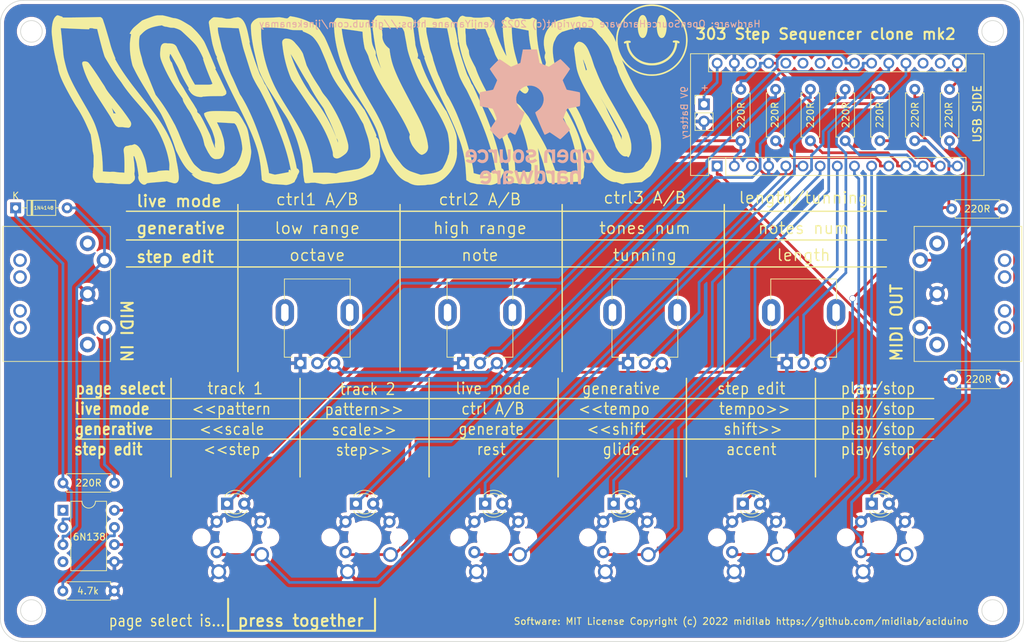
<source format=kicad_pcb>
(kicad_pcb (version 20171130) (host pcbnew "(5.1.9)-1")
  (layers (0 F.Cu signal hide) (31 B.Cu signal hide) (34 B.Paste user) (35 F.Paste user) (36 B.SilkS user) (37 F.SilkS user) (38 B.Mask user) (39 F.Mask user) (44 Edge.Cuts user))
  (net 0 "")
  (net 1 LED6)
  (net 2 LED5)
  (net 3 9V)
  (net 4 LED4)
  (net 5 GND)
  (net 6 LED3)
  (net 7 "Net-(A1-Pad28)")
  (net 8 LED2)
  (net 9 5V)
  (net 10 LED1)
  (net 11 "Net-(A1-Pad26)")
  (net 12 PLAY_STOP)
  (net 13 "Net-(A1-Pad25)")
  (net 14 Accent)
  (net 15 "Net-(A1-Pad24)")
  (net 16 Glide)
  (net 17 "Net-(A1-Pad23)")
  (net 18 Rest)
  (net 19 Octave)
  (net 20 Next_STEP)
  (net 21 Note)
  (net 22 Prev_STEP)
  (net 23 Length)
  (net 24 BPM)
  (net 25 "Net-(A1-Pad3)")
  (net 26 "Net-(A1-Pad18)")
  (net 27 "Net-(A1-Pad17)")
  (net 28 MIDI_OUT)
  (net 29 "Net-(D1-Pad1)")
  (net 30 "Net-(D2-Pad1)")
  (net 31 "Net-(D3-Pad1)")
  (net 32 "Net-(D4-Pad1)")
  (net 33 "Net-(D5-Pad1)")
  (net 34 "Net-(D6-Pad1)")
  (net 35 "Net-(J1-Pad4)")
  (net 36 "Net-(J1-Pad1)")
  (net 37 "Net-(J1-Pad3)")
  (net 38 "Net-(J1-Pad5)")
  (net 39 MIDI_IN)
  (net 40 "Net-(D7-Pad2)")
  (net 41 "Net-(D7-Pad1)")
  (net 42 "Net-(J3-Pad4)")
  (net 43 "Net-(J3-Pad1)")
  (net 44 "Net-(J3-Pad3)")
  (net 45 "Net-(R11-Pad2)")
  (net 46 "Net-(U1-Pad4)")
  (net 47 "Net-(U1-Pad1)")
  (module Symbol:OSHW-Logo_19x20mm_SilkScreen (layer B.Cu) (at 132.25 75.25 180)
    (fp_text reference REF** hide)
    (fp_text value OSHW-Logo_19x20mm_SilkScreen hide)
  )
  (module MountingHole:MountingHole_2.2mm_M2_Pad (layer F.Cu) (at 202.5 106.5)
    (fp_text reference mount4)
    (fp_text value Hole_2.2mm)
    (pad "" thru_hole circle (at 0 0) (size 2 2) (drill 1.3) (layers *.Cu *.Mask))
  )
  (module MountingHole:MountingHole_2.2mm_M2_Pad (layer F.Cu) (at 202.5 96.5)
    (fp_text reference mount3)
    (fp_text value Hole_2.2mm)
    (pad "" thru_hole circle (at 0 0) (size 2 2) (drill 1.3) (layers *.Cu *.Mask))
  )
  (module MountingHole:MountingHole_2.2mm_M2_Pad (layer F.Cu) (at 56.75 106.5)
    (fp_text reference mount2)
    (fp_text value Hole_2.2mm)
    (pad "" thru_hole circle (at 0 0) (size 2 2) (drill 1.3) (layers *.Cu *.Mask))
  )
  (module MountingHole:MountingHole_2.2mm_M2_Pad (layer F.Cu) (at 56.75 96.5)
    (fp_text reference mount1)
    (fp_text value Hole_2.2mm)
    (pad "" thru_hole circle (at 0 0) (size 2 2) (drill 1.3) (layers *.Cu *.Mask))
  )
  (module Potentiometer_THT:Potentiometer_Alpha_RD901F-40-00D_Single_Vertical (layer F.Cu) (at 98.25 111.75 90)
    (fp_text reference RV1 hide)
    (fp_text value 10k)
    (pad "" thru_hole oval (at 7.5 -2.3 180) (size 2.72 4) (drill oval 1.1 2.6) (layers *.Cu *.Mask))
    (pad "" thru_hole oval (at 7.5 7.3 180) (size 2.72 4) (drill oval 1.1 2.6) (layers *.Cu *.Mask))
    (pad 3 thru_hole circle (at 0 5 180) (size 1.8 1.8) (drill 1) (layers *.Cu *.Mask) (net 9 5V))
    (pad 2 thru_hole circle (at 0 2.5 180) (size 1.8 1.8) (drill 1) (layers *.Cu *.Mask) (net 19 Octave))
    (pad 1 thru_hole rect (at 0 0 180) (size 1.8 1.8) (drill 1) (layers *.Cu *.Mask) (net 5 GND))
  )
  (module PCB:logo (layer F.Cu) (at 108.5 72)
    (fp_text reference G*** hide)
    (fp_text value LOGO hide)
  )
  (module Button_Switch_Keyboard:SW_Cherry_MX_tact_Dual (layer F.Cu) (at 105.238 142.65 180)
    (fp_text reference SW2)
    (fp_text value SW_Cherry_MX_1.00u_PCB)
    (pad 1 thru_hole circle (at 0 0 180) (size 2.2 2.2) (drill 1.5) (layers *.Cu *.Mask) (net 5 GND))
    (pad 2 thru_hole circle (at -6.35 2.54 180) (size 2.2 2.2) (drill 1.5) (layers *.Cu *.Mask) (net 20 Next_STEP))
    (pad "" np_thru_hole circle (at -2.54 5.08 180) (size 4 4) (drill 4) (layers *.Cu *.Mask))
    (pad "" np_thru_hole circle (at -7.62 5.08 180) (size 1.7 1.7) (drill 1.7) (layers *.Cu *.Mask))
    (pad "" np_thru_hole circle (at 2.54 5.08 180) (size 1.7 1.7) (drill 1.7) (layers *.Cu *.Mask))
    (pad 2 thru_hole circle (at 0.3 2.9 180) (size 1.8 1.8) (drill 1) (layers *.Cu *.Mask) (net 20 Next_STEP))
    (pad 1 thru_hole circle (at 0.3 7.4 180) (size 1.8 1.8) (drill 1) (layers *.Cu *.Mask) (net 5 GND))
    (pad 1 thru_hole circle (at -6.2 7.4 180) (size 1.8 1.8) (drill 1) (layers *.Cu *.Mask) (net 5 GND))
  )
  (module Button_Switch_Keyboard:SW_Cherry_MX_tact_Dual (layer F.Cu) (at 124.316 142.65 180)
    (fp_text reference SW3)
    (fp_text value SW_Cherry_MX_1.00u_PCB)
    (pad 1 thru_hole circle (at 0 0 180) (size 2.2 2.2) (drill 1.5) (layers *.Cu *.Mask) (net 5 GND))
    (pad 2 thru_hole circle (at -6.35 2.54 180) (size 2.2 2.2) (drill 1.5) (layers *.Cu *.Mask) (net 18 Rest))
    (pad "" np_thru_hole circle (at -2.54 5.08 180) (size 4 4) (drill 4) (layers *.Cu *.Mask))
    (pad "" np_thru_hole circle (at -7.62 5.08 180) (size 1.7 1.7) (drill 1.7) (layers *.Cu *.Mask))
    (pad "" np_thru_hole circle (at 2.54 5.08 180) (size 1.7 1.7) (drill 1.7) (layers *.Cu *.Mask))
    (pad 2 thru_hole circle (at 0.3 2.9 180) (size 1.8 1.8) (drill 1) (layers *.Cu *.Mask) (net 18 Rest))
    (pad 1 thru_hole circle (at 0.3 7.4 180) (size 1.8 1.8) (drill 1) (layers *.Cu *.Mask) (net 5 GND))
    (pad 1 thru_hole circle (at -6.2 7.4 180) (size 1.8 1.8) (drill 1) (layers *.Cu *.Mask) (net 5 GND))
  )
  (module Button_Switch_Keyboard:SW_Cherry_MX_tact_Dual (layer F.Cu) (at 143.394 142.65 180)
    (fp_text reference SW4)
    (fp_text value SW_Cherry_MX_1.00u_PCB)
    (pad 1 thru_hole circle (at 0 0 180) (size 2.2 2.2) (drill 1.5) (layers *.Cu *.Mask) (net 5 GND))
    (pad 2 thru_hole circle (at -6.35 2.54 180) (size 2.2 2.2) (drill 1.5) (layers *.Cu *.Mask) (net 16 Glide))
    (pad "" np_thru_hole circle (at -2.54 5.08 180) (size 4 4) (drill 4) (layers *.Cu *.Mask))
    (pad "" np_thru_hole circle (at -7.62 5.08 180) (size 1.7 1.7) (drill 1.7) (layers *.Cu *.Mask))
    (pad "" np_thru_hole circle (at 2.54 5.08 180) (size 1.7 1.7) (drill 1.7) (layers *.Cu *.Mask))
    (pad 2 thru_hole circle (at 0.3 2.9 180) (size 1.8 1.8) (drill 1) (layers *.Cu *.Mask) (net 16 Glide))
    (pad 1 thru_hole circle (at 0.3 7.4 180) (size 1.8 1.8) (drill 1) (layers *.Cu *.Mask) (net 5 GND))
    (pad 1 thru_hole circle (at -6.2 7.4 180) (size 1.8 1.8) (drill 1) (layers *.Cu *.Mask) (net 5 GND))
  )
  (module Button_Switch_Keyboard:SW_Cherry_MX_tact_Dual (layer F.Cu) (at 162.472 142.65 180)
    (fp_text reference SW5)
    (fp_text value SW_Cherry_MX_1.00u_PCB)
    (pad 1 thru_hole circle (at 0 0 180) (size 2.2 2.2) (drill 1.5) (layers *.Cu *.Mask) (net 5 GND))
    (pad 2 thru_hole circle (at -6.35 2.54 180) (size 2.2 2.2) (drill 1.5) (layers *.Cu *.Mask) (net 14 Accent))
    (pad "" np_thru_hole circle (at -2.54 5.08 180) (size 4 4) (drill 4) (layers *.Cu *.Mask))
    (pad "" np_thru_hole circle (at -7.62 5.08 180) (size 1.7 1.7) (drill 1.7) (layers *.Cu *.Mask))
    (pad "" np_thru_hole circle (at 2.54 5.08 180) (size 1.7 1.7) (drill 1.7) (layers *.Cu *.Mask))
    (pad 2 thru_hole circle (at 0.3 2.9 180) (size 1.8 1.8) (drill 1) (layers *.Cu *.Mask) (net 14 Accent))
    (pad 1 thru_hole circle (at 0.3 7.4 180) (size 1.8 1.8) (drill 1) (layers *.Cu *.Mask) (net 5 GND))
    (pad 1 thru_hole circle (at -6.2 7.4 180) (size 1.8 1.8) (drill 1) (layers *.Cu *.Mask) (net 5 GND))
  )
  (module Button_Switch_Keyboard:SW_Cherry_MX_tact_Dual (layer F.Cu) (at 181.55 142.65 180)
    (fp_text reference SW6)
    (fp_text value SW_Cherry_MX_1.00u_PCB)
    (pad 1 thru_hole circle (at 0 0 180) (size 2.2 2.2) (drill 1.5) (layers *.Cu *.Mask) (net 5 GND))
    (pad 2 thru_hole circle (at -6.35 2.54 180) (size 2.2 2.2) (drill 1.5) (layers *.Cu *.Mask) (net 12 PLAY_STOP))
    (pad "" np_thru_hole circle (at -2.54 5.08 180) (size 4 4) (drill 4) (layers *.Cu *.Mask))
    (pad "" np_thru_hole circle (at -7.62 5.08 180) (size 1.7 1.7) (drill 1.7) (layers *.Cu *.Mask))
    (pad "" np_thru_hole circle (at 2.54 5.08 180) (size 1.7 1.7) (drill 1.7) (layers *.Cu *.Mask))
    (pad 2 thru_hole circle (at 0.3 2.9 180) (size 1.8 1.8) (drill 1) (layers *.Cu *.Mask) (net 12 PLAY_STOP))
    (pad 1 thru_hole circle (at 0.3 7.4 180) (size 1.8 1.8) (drill 1) (layers *.Cu *.Mask) (net 5 GND))
    (pad 1 thru_hole circle (at -6.2 7.4 180) (size 1.8 1.8) (drill 1) (layers *.Cu *.Mask) (net 5 GND))
  )
  (module Button_Switch_Keyboard:SW_Cherry_MX_tact_Dual (layer F.Cu) (at 86.16 142.65 180)
    (fp_text reference SW1)
    (fp_text value SW_Cherry_MX_1.00u_PCB)
    (pad 1 thru_hole circle (at 0 0 180) (size 2.2 2.2) (drill 1.5) (layers *.Cu *.Mask) (net 5 GND))
    (pad 2 thru_hole circle (at -6.35 2.54 180) (size 2.2 2.2) (drill 1.5) (layers *.Cu *.Mask) (net 22 Prev_STEP))
    (pad "" np_thru_hole circle (at -2.54 5.08 180) (size 4 4) (drill 4) (layers *.Cu *.Mask))
    (pad "" np_thru_hole circle (at -7.62 5.08 180) (size 1.7 1.7) (drill 1.7) (layers *.Cu *.Mask))
    (pad "" np_thru_hole circle (at 2.54 5.08 180) (size 1.7 1.7) (drill 1.7) (layers *.Cu *.Mask))
    (pad 2 thru_hole circle (at 0.3 2.9 180) (size 1.8 1.8) (drill 1) (layers *.Cu *.Mask) (net 22 Prev_STEP))
    (pad 1 thru_hole circle (at 0.3 7.4 180) (size 1.8 1.8) (drill 1) (layers *.Cu *.Mask) (net 5 GND))
    (pad 1 thru_hole circle (at -6.2 7.4 180) (size 1.8 1.8) (drill 1) (layers *.Cu *.Mask) (net 5 GND))
  )
  (module Package_DIP:DIP-8_W7.62mm (layer F.Cu) (at 63.1 133.55)
    (fp_text reference U1)
    (fp_text value 6N138 (at 3.9 3.95) (layer F.SilkS))
    (pad 8 thru_hole oval (at 7.62 0) (size 1.6 1.6) (drill 0.8) (layers *.Cu *.Mask) (net 9 5V))
    (pad 4 thru_hole oval (at 0 7.62) (size 1.6 1.6) (drill 0.8) (layers *.Cu *.Mask) (net 46 "Net-(U1-Pad4)"))
    (pad 7 thru_hole oval (at 7.62 2.54) (size 1.6 1.6) (drill 0.8) (layers *.Cu *.Mask) (net 45 "Net-(R11-Pad2)"))
    (pad 3 thru_hole oval (at 0 5.08) (size 1.6 1.6) (drill 0.8) (layers *.Cu *.Mask) (net 40 "Net-(D7-Pad2)"))
    (pad 6 thru_hole oval (at 7.62 5.08) (size 1.6 1.6) (drill 0.8) (layers *.Cu *.Mask) (net 39 MIDI_IN))
    (pad 2 thru_hole oval (at 0 2.54) (size 1.6 1.6) (drill 0.8) (layers *.Cu *.Mask) (net 41 "Net-(D7-Pad1)"))
    (pad 5 thru_hole oval (at 7.62 7.62) (size 1.6 1.6) (drill 0.8) (layers *.Cu *.Mask) (net 5 GND))
    (pad 1 thru_hole rect (at 0 0) (size 1.6 1.6) (drill 0.8) (layers *.Cu *.Mask) (net 47 "Net-(U1-Pad1)"))
  )
  (module Resistor_THT:R_Axial_DIN0207_L6.3mm_D2.5mm_P7.62mm_Horizontal (layer F.Cu) (at 70.7 145.5 180)
    (fp_text reference R11)
    (fp_text value 4.7k (at 3.9 0) (layer F.SilkS))
    (pad 2 thru_hole oval (at 7.62 0 180) (size 1.6 1.6) (drill 0.8) (layers *.Cu *.Mask) (net 45 "Net-(R11-Pad2)"))
    (pad 1 thru_hole circle (at 0 0 180) (size 1.6 1.6) (drill 0.8) (layers *.Cu *.Mask) (net 5 GND))
  )
  (module Resistor_THT:R_Axial_DIN0207_L6.3mm_D2.5mm_P7.62mm_Horizontal (layer F.Cu) (at 163.45 78.8 90)
    (fp_text reference R10)
    (fp_text value 220R (at 3.81 0.05 90) (layer F.SilkS))
    (pad 2 thru_hole oval (at 7.62 0 90) (size 1.6 1.6) (drill 0.8) (layers *.Cu *.Mask) (net 9 5V))
    (pad 1 thru_hole circle (at 0 0 90) (size 1.6 1.6) (drill 0.8) (layers *.Cu *.Mask) (net 39 MIDI_IN))
  )
  (module Resistor_THT:R_Axial_DIN0207_L6.3mm_D2.5mm_P7.62mm_Horizontal (layer F.Cu) (at 63.1 129.5)
    (fp_text reference R9)
    (fp_text value 220R (at 3.8 0) (layer F.SilkS))
    (pad 2 thru_hole oval (at 7.62 0) (size 1.6 1.6) (drill 0.8) (layers *.Cu *.Mask) (net 42 "Net-(J3-Pad4)"))
    (pad 1 thru_hole circle (at 0 0) (size 1.6 1.6) (drill 0.8) (layers *.Cu *.Mask) (net 41 "Net-(D7-Pad1)"))
  )
  (module Connector:SDS-50J (layer F.Cu) (at 66.75 109 90)
    (fp_text reference J3)
    (fp_text value MIDI_IN)
    (pad "" thru_hole circle (at 10 -10 90) (size 2 2) (drill 1.3) (layers *.Cu *.Mask))
    (pad 4 thru_hole circle (at 2.5 2.5 90) (size 2.3 2.3) (drill 1.3) (layers *.Cu *.Mask) (net 42 "Net-(J3-Pad4)"))
    (pad 1 thru_hole circle (at 0 0 90) (size 2.3 2.3) (drill 1.3) (layers *.Cu *.Mask) (net 43 "Net-(J3-Pad1)"))
    (pad 2 thru_hole circle (at 7.5 0 90) (size 2.3 2.3) (drill 1.3) (layers *.Cu *.Mask) (net 5 GND))
    (pad 3 thru_hole circle (at 15 0 90) (size 2.3 2.3) (drill 1.3) (layers *.Cu *.Mask) (net 44 "Net-(J3-Pad3)"))
    (pad "" thru_hole circle (at 5 -10 90) (size 2 2) (drill 1.3) (layers *.Cu *.Mask))
    (pad 5 thru_hole circle (at 12.5 2.5 90) (size 2.3 2.3) (drill 1.3) (layers *.Cu *.Mask) (net 40 "Net-(D7-Pad2)"))
  )
  (module Diode_THT:D_DO-35_SOD27_P7.62mm_Horizontal (layer F.Cu) (at 56.1 88.75)
    (fp_text reference D7)
    (fp_text value 1N4148 (at 4.15 0) (layer F.SilkS) (effects (font (size 0.5 0.5) (thickness 0.1))))
    (fp_text user K (at 0 -1.8) (layer F.SilkS))
    (pad 2 thru_hole oval (at 7.62 0) (size 1.6 1.6) (drill 0.8) (layers *.Cu *.Mask) (net 40 "Net-(D7-Pad2)"))
    (pad 1 thru_hole rect (at 0 0) (size 1.6 1.6) (drill 0.8) (layers *.Cu *.Mask) (net 41 "Net-(D7-Pad1)"))
  )
  (module Potentiometer_THT:Potentiometer_Alpha_RD901F-40-00D_Single_Vertical (layer F.Cu) (at 170.25 111.75 90)
    (fp_text reference RV4 hide)
    (fp_text value 10k)
    (pad "" thru_hole oval (at 7.5 -2.3 180) (size 2.72 4) (drill oval 1.1 2.6) (layers *.Cu *.Mask))
    (pad "" thru_hole oval (at 7.5 7.3 180) (size 2.72 4) (drill oval 1.1 2.6) (layers *.Cu *.Mask))
    (pad 3 thru_hole circle (at 0 5 180) (size 1.8 1.8) (drill 1) (layers *.Cu *.Mask) (net 9 5V))
    (pad 2 thru_hole circle (at 0 2.5 180) (size 1.8 1.8) (drill 1) (layers *.Cu *.Mask) (net 24 BPM))
    (pad 1 thru_hole rect (at 0 0 180) (size 1.8 1.8) (drill 1) (layers *.Cu *.Mask) (net 5 GND))
  )
  (module Potentiometer_THT:Potentiometer_Alpha_RD901F-40-00D_Single_Vertical (layer F.Cu) (at 146.75 111.75 90)
    (fp_text reference RV3 hide)
    (fp_text value 10k)
    (pad "" thru_hole oval (at 7.5 -2.3 180) (size 2.72 4) (drill oval 1.1 2.6) (layers *.Cu *.Mask))
    (pad "" thru_hole oval (at 7.5 7.3 180) (size 2.72 4) (drill oval 1.1 2.6) (layers *.Cu *.Mask))
    (pad 3 thru_hole circle (at 0 5 180) (size 1.8 1.8) (drill 1) (layers *.Cu *.Mask) (net 9 5V))
    (pad 2 thru_hole circle (at 0 2.5 180) (size 1.8 1.8) (drill 1) (layers *.Cu *.Mask) (net 23 Length))
    (pad 1 thru_hole rect (at 0 0 180) (size 1.8 1.8) (drill 1) (layers *.Cu *.Mask) (net 5 GND))
  )
  (module Potentiometer_THT:Potentiometer_Alpha_RD901F-40-00D_Single_Vertical (layer F.Cu) (at 122.333 111.75 90)
    (fp_text reference RV2 hide)
    (fp_text value 10k)
    (pad "" thru_hole oval (at 7.5 -2.3 180) (size 2.72 4) (drill oval 1.1 2.6) (layers *.Cu *.Mask))
    (pad "" thru_hole oval (at 7.5 7.3 180) (size 2.72 4) (drill oval 1.1 2.6) (layers *.Cu *.Mask))
    (pad 3 thru_hole circle (at 0 5 180) (size 1.8 1.8) (drill 1) (layers *.Cu *.Mask) (net 9 5V))
    (pad 2 thru_hole circle (at 0 2.5 180) (size 1.8 1.8) (drill 1) (layers *.Cu *.Mask) (net 21 Note))
    (pad 1 thru_hole rect (at 0 0 180) (size 1.8 1.8) (drill 1) (layers *.Cu *.Mask) (net 5 GND))
  )
  (module Resistor_THT:R_Axial_DIN0207_L6.3mm_D2.5mm_P7.62mm_Horizontal (layer F.Cu) (at 194.35 71.18 270)
    (fp_text reference R8 hide)
    (fp_text value 220R (at 3.81 0.1 90) (layer F.SilkS))
    (pad 2 thru_hole oval (at 7.62 0 270) (size 1.6 1.6) (drill 0.8) (layers *.Cu *.Mask) (net 34 "Net-(D6-Pad1)"))
    (pad 1 thru_hole circle (at 0 0 270) (size 1.6 1.6) (drill 0.8) (layers *.Cu *.Mask) (net 1 LED6))
  )
  (module Resistor_THT:R_Axial_DIN0207_L6.3mm_D2.5mm_P7.62mm_Horizontal (layer F.Cu) (at 189.2 78.8 90)
    (fp_text reference R7 hide)
    (fp_text value 220R (at 3.81 0.05 90) (layer F.SilkS))
    (pad 2 thru_hole oval (at 7.62 0 90) (size 1.6 1.6) (drill 0.8) (layers *.Cu *.Mask) (net 33 "Net-(D5-Pad1)"))
    (pad 1 thru_hole circle (at 0 0 90) (size 1.6 1.6) (drill 0.8) (layers *.Cu *.Mask) (net 2 LED5))
  )
  (module Resistor_THT:R_Axial_DIN0207_L6.3mm_D2.5mm_P7.62mm_Horizontal (layer F.Cu) (at 184.05 78.8 90)
    (fp_text reference R6 hide)
    (fp_text value 220R (at 3.81 -0.05 90) (layer F.SilkS))
    (pad 2 thru_hole oval (at 7.62 0 90) (size 1.6 1.6) (drill 0.8) (layers *.Cu *.Mask) (net 32 "Net-(D4-Pad1)"))
    (pad 1 thru_hole circle (at 0 0 90) (size 1.6 1.6) (drill 0.8) (layers *.Cu *.Mask) (net 4 LED4))
  )
  (module Resistor_THT:R_Axial_DIN0207_L6.3mm_D2.5mm_P7.62mm_Horizontal (layer F.Cu) (at 178.9 78.8 90)
    (fp_text reference R5 hide)
    (fp_text value 220R (at 3.81 0.1 90) (layer F.SilkS))
    (pad 2 thru_hole oval (at 7.62 0 90) (size 1.6 1.6) (drill 0.8) (layers *.Cu *.Mask) (net 31 "Net-(D3-Pad1)"))
    (pad 1 thru_hole circle (at 0 0 90) (size 1.6 1.6) (drill 0.8) (layers *.Cu *.Mask) (net 6 LED3))
  )
  (module Resistor_THT:R_Axial_DIN0207_L6.3mm_D2.5mm_P7.62mm_Horizontal (layer F.Cu) (at 173.75 78.8 90)
    (fp_text reference R4 hide)
    (fp_text value 220R (at 3.81 0 90) (layer F.SilkS))
    (pad 2 thru_hole oval (at 7.62 0 90) (size 1.6 1.6) (drill 0.8) (layers *.Cu *.Mask) (net 30 "Net-(D2-Pad1)"))
    (pad 1 thru_hole circle (at 0 0 90) (size 1.6 1.6) (drill 0.8) (layers *.Cu *.Mask) (net 8 LED2))
  )
  (module Resistor_THT:R_Axial_DIN0207_L6.3mm_D2.5mm_P7.62mm_Horizontal (layer F.Cu) (at 168.6 78.8 90)
    (fp_text reference R3 hide)
    (fp_text value 220R (at 3.81 -0.1 90) (layer F.SilkS))
    (pad 2 thru_hole oval (at 7.62 0 90) (size 1.6 1.6) (drill 0.8) (layers *.Cu *.Mask) (net 29 "Net-(D1-Pad1)"))
    (pad 1 thru_hole circle (at 0 0 90) (size 1.6 1.6) (drill 0.8) (layers *.Cu *.Mask) (net 10 LED1))
  )
  (module Resistor_THT:R_Axial_DIN0207_L6.3mm_D2.5mm_P7.62mm_Horizontal (layer F.Cu) (at 202.4 114.15 180)
    (fp_text reference R2 hide)
    (fp_text value 220R (at 3.75 0) (layer F.SilkS))
    (pad 2 thru_hole oval (at 7.62 0 180) (size 1.6 1.6) (drill 0.8) (layers *.Cu *.Mask) (net 28 MIDI_OUT))
    (pad 1 thru_hole circle (at 0 0 180) (size 1.6 1.6) (drill 0.8) (layers *.Cu *.Mask) (net 38 "Net-(J1-Pad5)"))
  )
  (module Resistor_THT:R_Axial_DIN0207_L6.3mm_D2.5mm_P7.62mm_Horizontal (layer F.Cu) (at 194.65 88.9)
    (fp_text reference R1 hide)
    (fp_text value 220R (at 3.81 0) (layer F.SilkS))
    (pad 2 thru_hole oval (at 7.62 0) (size 1.6 1.6) (drill 0.8) (layers *.Cu *.Mask) (net 35 "Net-(J1-Pad4)"))
    (pad 1 thru_hole circle (at 0 0) (size 1.6 1.6) (drill 0.8) (layers *.Cu *.Mask) (net 9 5V))
  )
  (module Connector_PinHeader_2.54mm:PinHeader_1x02_P2.54mm_Vertical (layer F.Cu) (at 158 73.4)
    (fp_text reference J2 hide)
    (fp_text value battery)
    (pad 2 thru_hole oval (at 0 2.54) (size 1.7 1.7) (drill 1) (layers *.Cu *.Mask) (net 5 GND))
    (pad 1 thru_hole rect (at 0 0) (size 1.7 1.7) (drill 1) (layers *.Cu *.Mask) (net 3 9V))
  )
  (module Connector:SDS-50J (layer F.Cu) (at 192.5 94 270)
    (fp_text reference J1 hide)
    (fp_text value MIDI_OUT)
    (pad "" thru_hole circle (at 10 -10 270) (size 2 2) (drill 1.3) (layers *.Cu *.Mask))
    (pad 4 thru_hole circle (at 2.5 2.5 270) (size 2.3 2.3) (drill 1.3) (layers *.Cu *.Mask) (net 35 "Net-(J1-Pad4)"))
    (pad 1 thru_hole circle (at 0 0 270) (size 2.3 2.3) (drill 1.3) (layers *.Cu *.Mask) (net 36 "Net-(J1-Pad1)"))
    (pad 2 thru_hole circle (at 7.5 0 270) (size 2.3 2.3) (drill 1.3) (layers *.Cu *.Mask) (net 5 GND))
    (pad 3 thru_hole circle (at 15 0 270) (size 2.3 2.3) (drill 1.3) (layers *.Cu *.Mask) (net 37 "Net-(J1-Pad3)"))
    (pad "" thru_hole circle (at 5 -10 270) (size 2 2) (drill 1.3) (layers *.Cu *.Mask))
    (pad 5 thru_hole circle (at 12.5 2.5 270) (size 2.3 2.3) (drill 1.3) (layers *.Cu *.Mask) (net 38 "Net-(J1-Pad5)"))
  )
  (module LED_THT:LED_D3.0mm (layer F.Cu) (at 182.825 132.575)
    (fp_text reference D6 hide)
    (fp_text value LED)
    (pad 2 thru_hole circle (at 2.54 0) (size 1.8 1.8) (drill 0.9) (layers *.Cu *.Mask) (net 5 GND))
    (pad 1 thru_hole rect (at 0 0) (size 1.8 1.8) (drill 0.9) (layers *.Cu *.Mask) (net 34 "Net-(D6-Pad1)"))
  )
  (module LED_THT:LED_D3.0mm (layer F.Cu) (at 163.75 132.575)
    (fp_text reference D5 hide)
    (fp_text value LED)
    (pad 2 thru_hole circle (at 2.54 0) (size 1.8 1.8) (drill 0.9) (layers *.Cu *.Mask) (net 5 GND))
    (pad 1 thru_hole rect (at 0 0) (size 1.8 1.8) (drill 0.9) (layers *.Cu *.Mask) (net 33 "Net-(D5-Pad1)"))
  )
  (module LED_THT:LED_D3.0mm (layer F.Cu) (at 144.625 132.575)
    (fp_text reference D4 hide)
    (fp_text value LED)
    (pad 2 thru_hole circle (at 2.54 0) (size 1.8 1.8) (drill 0.9) (layers *.Cu *.Mask) (net 5 GND))
    (pad 1 thru_hole rect (at 0 0) (size 1.8 1.8) (drill 0.9) (layers *.Cu *.Mask) (net 32 "Net-(D4-Pad1)"))
  )
  (module LED_THT:LED_D3.0mm (layer F.Cu) (at 125.6 132.575)
    (fp_text reference D3 hide)
    (fp_text value LED)
    (pad 2 thru_hole circle (at 2.54 0) (size 1.8 1.8) (drill 0.9) (layers *.Cu *.Mask) (net 5 GND))
    (pad 1 thru_hole rect (at 0 0) (size 1.8 1.8) (drill 0.9) (layers *.Cu *.Mask) (net 31 "Net-(D3-Pad1)"))
  )
  (module LED_THT:LED_D3.0mm (layer F.Cu) (at 106.475 132.575)
    (fp_text reference D2 hide)
    (fp_text value LED)
    (pad 2 thru_hole circle (at 2.54 0) (size 1.8 1.8) (drill 0.9) (layers *.Cu *.Mask) (net 5 GND))
    (pad 1 thru_hole rect (at 0 0) (size 1.8 1.8) (drill 0.9) (layers *.Cu *.Mask) (net 30 "Net-(D2-Pad1)"))
  )
  (module LED_THT:LED_D3.0mm (layer F.Cu) (at 87.4 132.575)
    (fp_text reference D1 hide)
    (fp_text value LED)
    (pad 2 thru_hole circle (at 2.54 0) (size 1.8 1.8) (drill 0.9) (layers *.Cu *.Mask) (net 5 GND))
    (pad 1 thru_hole rect (at 0 0) (size 1.8 1.8) (drill 0.9) (layers *.Cu *.Mask) (net 29 "Net-(D1-Pad1)"))
  )
  (module Module:Arduino_Nano (layer F.Cu) (at 159.95 82.55 90)
    (fp_text reference A1 hide)
    (fp_text value Arduino_Nano_v3.x)
    (pad 16 thru_hole oval (at 15.24 35.56 90) (size 1.6 1.6) (drill 1) (layers *.Cu *.Mask) (net 1 LED6))
    (pad 15 thru_hole oval (at 0 35.56 90) (size 1.6 1.6) (drill 1) (layers *.Cu *.Mask) (net 2 LED5))
    (pad 30 thru_hole oval (at 15.24 0 90) (size 1.6 1.6) (drill 1) (layers *.Cu *.Mask) (net 3 9V))
    (pad 14 thru_hole oval (at 0 33.02 90) (size 1.6 1.6) (drill 1) (layers *.Cu *.Mask) (net 4 LED4))
    (pad 29 thru_hole oval (at 15.24 2.54 90) (size 1.6 1.6) (drill 1) (layers *.Cu *.Mask) (net 5 GND))
    (pad 13 thru_hole oval (at 0 30.48 90) (size 1.6 1.6) (drill 1) (layers *.Cu *.Mask) (net 6 LED3))
    (pad 28 thru_hole oval (at 15.24 5.08 90) (size 1.6 1.6) (drill 1) (layers *.Cu *.Mask) (net 7 "Net-(A1-Pad28)"))
    (pad 12 thru_hole oval (at 0 27.94 90) (size 1.6 1.6) (drill 1) (layers *.Cu *.Mask) (net 8 LED2))
    (pad 27 thru_hole oval (at 15.24 7.62 90) (size 1.6 1.6) (drill 1) (layers *.Cu *.Mask) (net 9 5V))
    (pad 11 thru_hole oval (at 0 25.4 90) (size 1.6 1.6) (drill 1) (layers *.Cu *.Mask) (net 10 LED1))
    (pad 26 thru_hole oval (at 15.24 10.16 90) (size 1.6 1.6) (drill 1) (layers *.Cu *.Mask) (net 11 "Net-(A1-Pad26)"))
    (pad 10 thru_hole oval (at 0 22.86 90) (size 1.6 1.6) (drill 1) (layers *.Cu *.Mask) (net 12 PLAY_STOP))
    (pad 25 thru_hole oval (at 15.24 12.7 90) (size 1.6 1.6) (drill 1) (layers *.Cu *.Mask) (net 13 "Net-(A1-Pad25)"))
    (pad 9 thru_hole oval (at 0 20.32 90) (size 1.6 1.6) (drill 1) (layers *.Cu *.Mask) (net 14 Accent))
    (pad 24 thru_hole oval (at 15.24 15.24 90) (size 1.6 1.6) (drill 1) (layers *.Cu *.Mask) (net 15 "Net-(A1-Pad24)"))
    (pad 8 thru_hole oval (at 0 17.78 90) (size 1.6 1.6) (drill 1) (layers *.Cu *.Mask) (net 16 Glide))
    (pad 23 thru_hole oval (at 15.24 17.78 90) (size 1.6 1.6) (drill 1) (layers *.Cu *.Mask) (net 17 "Net-(A1-Pad23)"))
    (pad 7 thru_hole oval (at 0 15.24 90) (size 1.6 1.6) (drill 1) (layers *.Cu *.Mask) (net 18 Rest))
    (pad 22 thru_hole oval (at 15.24 20.32 90) (size 1.6 1.6) (drill 1) (layers *.Cu *.Mask) (net 19 Octave))
    (pad 6 thru_hole oval (at 0 12.7 90) (size 1.6 1.6) (drill 1) (layers *.Cu *.Mask) (net 20 Next_STEP))
    (pad 21 thru_hole oval (at 15.24 22.86 90) (size 1.6 1.6) (drill 1) (layers *.Cu *.Mask) (net 21 Note))
    (pad 5 thru_hole oval (at 0 10.16 90) (size 1.6 1.6) (drill 1) (layers *.Cu *.Mask) (net 22 Prev_STEP))
    (pad 20 thru_hole oval (at 15.24 25.4 90) (size 1.6 1.6) (drill 1) (layers *.Cu *.Mask) (net 23 Length))
    (pad 4 thru_hole oval (at 0 7.62 90) (size 1.6 1.6) (drill 1) (layers *.Cu *.Mask) (net 5 GND))
    (pad 19 thru_hole oval (at 15.24 27.94 90) (size 1.6 1.6) (drill 1) (layers *.Cu *.Mask) (net 24 BPM))
    (pad 3 thru_hole oval (at 0 5.08 90) (size 1.6 1.6) (drill 1) (layers *.Cu *.Mask) (net 25 "Net-(A1-Pad3)"))
    (pad 18 thru_hole oval (at 15.24 30.48 90) (size 1.6 1.6) (drill 1) (layers *.Cu *.Mask) (net 26 "Net-(A1-Pad18)"))
    (pad 2 thru_hole oval (at 0 2.54 90) (size 1.6 1.6) (drill 1) (layers *.Cu *.Mask) (net 39 MIDI_IN))
    (pad 17 thru_hole oval (at 15.24 33.02 90) (size 1.6 1.6) (drill 1) (layers *.Cu *.Mask) (net 27 "Net-(A1-Pad17)"))
    (pad 1 thru_hole rect (at 0 0 90) (size 1.6 1.6) (drill 1) (layers *.Cu *.Mask) (net 28 MIDI_OUT))
  )
  (gr_text - (at 158.1 78.15) (layer B.SilkS) (effects (font (size 1 1)) (justify mirror)))
  (gr_text + (at 158.1 70.9) (layer B.SilkS) (effects (font (size 1 1)) (justify mirror)))
  (gr_line (start 155.4 128.6) (end 155.4 114) (layer F.SilkS) (width 0.2))
  (gr_line (start 174.5 128.6) (end 174.5 114) (layer F.SilkS) (width 0.2))
  (gr_line (start 136.4 128.6) (end 136.4 114) (layer F.SilkS) (width 0.2))
  (gr_line (start 117.3 128.6) (end 117.3 114) (layer F.SilkS) (width 0.2))
  (gr_line (start 98.2 128.6) (end 98.2 114) (layer F.SilkS) (width 0.2))
  (gr_curve (pts (xy 57.25 153) (xy 58.75 153) (xy 201.913538 153) (xy 201.913538 153)) (layer Edge.Cuts) (width 0.1))
  (gr_text "MIDI IN" (at 72.5 107 -90) (layer F.SilkS) (effects (font (size 1.7 1.7) (thickness 0.3))))
  (gr_line (start 79.1 128.6) (end 79.1 114) (layer F.SilkS) (width 0.2))
  (gr_curve (pts (xy 53.831769 61.418231) (xy 53.831769 71.418231) (xy 53.831769 149.581769) (xy 53.831769 149.581769)) (layer Edge.Cuts) (width 0.1))
  (gr_text "303 Step Sequencer clone mk2" (at 176 63) (layer F.SilkS) (effects (font (size 1.6 1.6) (thickness 0.3))))
  (gr_text "page select is..." (at 78.5 149.9) (layer F.SilkS) (effects (font (size 1.7 1.4) (thickness 0.2))))
  (gr_text "Hardware: OpenSourceHardware Copyright(c) 2022 KenjiYamane https://github.com/ijnekenamay" (at 129.25 61.5) (layer B.SilkS) (effects (font (size 1 1)) (justify mirror)))
  (gr_text "Software: MIT License Copyright (c) 2022 midilab https://github.com/midilab/aciduino" (at 163.5 150) (layer F.SilkS) (effects (font (size 1 1))))
  (gr_text "9V Battery" (at 155.1 74.65 90) (layer B.SilkS) (effects (font (size 1 1)) (justify mirror)))
  (gr_text "USB SIDE\n" (at 198.45 74.8 90) (layer F.SilkS) (effects (font (size 1.2 1.2) (thickness 0.2))))
  (gr_text length (at 172.75 95.75) (layer F.SilkS) (effects (font (size 1.7 1.7) (thickness 0.2))))
  (gr_text tunning (at 149.25 95.75) (layer F.SilkS) (effects (font (size 1.7 1.7) (thickness 0.2))))
  (gr_text note (at 124.833333 95.75) (layer F.SilkS) (effects (font (size 1.7 1.7) (thickness 0.2))))
  (gr_text octave (at 100.75 95.75) (layer F.SilkS) (effects (font (size 1.7 1.7) (thickness 0.2))))
  (gr_text "notes num" (at 172.75 91.75) (layer F.SilkS) (effects (font (size 1.7 1.7) (thickness 0.2))))
  (gr_text "tones num" (at 149.25 91.75) (layer F.SilkS) (effects (font (size 1.7 1.7) (thickness 0.2))))
  (gr_text "high range" (at 124.833333 91.75) (layer F.SilkS) (effects (font (size 1.7 1.7) (thickness 0.2))))
  (gr_text "low range" (at 100.75 91.75) (layer F.SilkS) (effects (font (size 1.7 1.7) (thickness 0.2))))
  (gr_text "press together" (at 98.3 149.9) (layer F.SilkS) (effects (font (size 1.7 1.7) (thickness 0.3))))
  (gr_text length/tunning (at 172.75 87.25) (layer F.SilkS) (effects (font (size 1.7 1.7) (thickness 0.2))))
  (gr_text "ctrl3 A/B" (at 149.25 87.25) (layer F.SilkS) (effects (font (size 1.7 1.7) (thickness 0.2))))
  (gr_text "ctrl2 A/B" (at 124.833333 87.5) (layer F.SilkS) (effects (font (size 1.7 1.7) (thickness 0.2))))
  (gr_text "ctrl1 A/B" (at 100.75 87.5) (layer F.SilkS) (effects (font (size 1.7 1.7) (thickness 0.2))))
  (gr_text "step edit" (at 79.719048 96) (layer F.SilkS) (effects (font (size 1.7 1.7) (thickness 0.3))))
  (gr_text "live mode" (at 80.285714 87.75) (layer F.SilkS) (effects (font (size 1.7 1.7) (thickness 0.3))))
  (gr_text generative (at 80.569048 91.75) (layer F.SilkS) (effects (font (size 1.7 1.7) (thickness 0.3))))
  (gr_text "MIDI OUT" (at 186.5 105.75 90) (layer F.SilkS) (effects (font (size 1.7 1.7) (thickness 0.3))))
  (gr_text accent (at 165 124.5) (layer F.SilkS) (effects (font (size 1.7 1.5) (thickness 0.2))))
  (gr_text glide (at 145.75 124.5) (layer F.SilkS) (effects (font (size 1.7 1.5) (thickness 0.2))))
  (gr_text rest (at 126.5 124.5) (layer F.SilkS) (effects (font (size 1.7 1.5) (thickness 0.2))))
  (gr_text step>> (at 107.7 124.6) (layer F.SilkS) (effects (font (size 1.7 1.5) (thickness 0.2))))
  (gr_text <<step (at 88.1 124.5) (layer F.SilkS) (effects (font (size 1.7 1.5) (thickness 0.2))))
  (gr_text shift>> (at 165.25 121.5) (layer F.SilkS) (effects (font (size 1.7 1.5) (thickness 0.2))))
  (gr_text <<shift (at 145 121.5) (layer F.SilkS) (effects (font (size 1.7 1.5) (thickness 0.2))))
  (gr_text generate (at 126.5 121.5) (layer F.SilkS) (effects (font (size 1.7 1.5) (thickness 0.2))))
  (gr_text scale>> (at 107.7 121.6) (layer F.SilkS) (effects (font (size 1.7 1.5) (thickness 0.2))))
  (gr_text <<scale (at 88.1 121.5) (layer F.SilkS) (effects (font (size 1.7 1.5) (thickness 0.2))))
  (gr_text tempo>> (at 165.5 118.5) (layer F.SilkS) (effects (font (size 1.7 1.5) (thickness 0.2))))
  (gr_text "<<tempo " (at 145.25 118.5) (layer F.SilkS) (effects (font (size 1.7 1.5) (thickness 0.2))))
  (gr_text "ctrl A/B" (at 126.75 118.5) (layer F.SilkS) (effects (font (size 1.7 1.5) (thickness 0.2))))
  (gr_text pattern>> (at 107.7 118.6) (layer F.SilkS) (effects (font (size 1.7 1.5) (thickness 0.2))))
  (gr_text "<<pattern " (at 88.6 118.5) (layer F.SilkS) (effects (font (size 1.7 1.5) (thickness 0.2))))
  (gr_text "step edit" (at 165 115.5) (layer F.SilkS) (effects (font (size 1.7 1.5) (thickness 0.2))))
  (gr_text generative (at 145.75 115.5) (layer F.SilkS) (effects (font (size 1.7 1.5) (thickness 0.2))))
  (gr_text "live mode" (at 126.75 115.5) (layer F.SilkS) (effects (font (size 1.7 1.5) (thickness 0.2))))
  (gr_text "track 2" (at 108.2 115.6) (layer F.SilkS) (effects (font (size 1.7 1.5) (thickness 0.2))))
  (gr_text "track 1" (at 88.6 115.5) (layer F.SilkS) (effects (font (size 1.7 1.5) (thickness 0.2))))
  (gr_text "step edit" (at 69.819048 124.5) (layer F.SilkS) (effects (font (size 1.7 1.5) (thickness 0.3))))
  (gr_text generative (at 70.669048 121.5) (layer F.SilkS) (effects (font (size 1.7 1.5) (thickness 0.3))))
  (gr_text "live mode" (at 70.385714 118.5) (layer F.SilkS) (effects (font (size 1.7 1.5) (thickness 0.3))))
  (gr_text "page select" (at 71.6 115.5) (layer F.SilkS) (effects (font (size 1.7 1.5) (thickness 0.3))))
  (gr_text play/stop (at 183.75 124.5) (layer F.SilkS) (effects (font (size 1.7 1.5) (thickness 0.2))))
  (gr_text play/stop (at 183.75 121.5) (layer F.SilkS) (effects (font (size 1.7 1.5) (thickness 0.2))))
  (gr_text play/stop (at 183.75 118.5) (layer F.SilkS) (effects (font (size 1.7 1.5) (thickness 0.2))))
  (gr_text play/stop (at 183.75 115.5) (layer F.SilkS) (effects (font (size 1.7 1.5) (thickness 0.2))))
  (gr_line (start 109.3 151.4) (end 109.3 146.65) (layer F.SilkS) (width 0.3))
  (gr_line (start 87.55 151.4) (end 109.3 151.4) (layer F.SilkS) (width 0.3))
  (gr_line (start 87.55 146.65) (end 87.55 151.4) (layer F.SilkS) (width 0.3))
  (gr_line (start 89 113) (end 89 88.25) (layer F.SilkS) (width 0.2))
  (gr_line (start 161 113) (end 161 88.25) (layer F.SilkS) (width 0.2))
  (gr_line (start 137 113) (end 137 88.25) (layer F.SilkS) (width 0.2))
  (gr_line (start 113 113) (end 113 88.25) (layer F.SilkS) (width 0.2))
  (gr_line (start 72.5 89.25) (end 185 89.25) (layer F.SilkS) (width 0.2))
  (gr_line (start 72.5 93.5) (end 185 93.5) (layer F.SilkS) (width 0.2))
  (gr_line (start 72.5 97.5) (end 185 97.5) (layer F.SilkS) (width 0.2))
  (gr_line (start 65 123) (end 192 123) (layer F.SilkS) (width 0.2))
  (gr_line (start 65 120) (end 192 120) (layer F.SilkS) (width 0.2))
  (gr_line (start 65 117) (end 192 117) (layer F.SilkS) (width 0.2))
  (gr_circle (center 200.731769 62.6) (end 202.331769 62.6) (layer Edge.Cuts) (width 0.1))
  (gr_circle (center 58.431769 148.4) (end 60.031769 148.4) (layer Edge.Cuts) (width 0.1))
  (gr_curve (pts (xy 205.331769 149.581769) (xy 205.331769 151.469606) (xy 203.801375 153) (xy 201.913538 153)) (layer Edge.Cuts) (width 0.1))
  (gr_curve (pts (xy 205.331769 61.418231) (xy 205.331769 71.418231) (xy 205.331769 149.581769) (xy 205.331769 149.581769)) (layer Edge.Cuts) (width 0.1))
  (gr_circle (center 200.731769 148.4) (end 202.331769 148.4) (layer Edge.Cuts) (width 0.1))
  (gr_curve (pts (xy 53.831769 61.418231) (xy 53.831769 59.530394) (xy 55.362163 58) (xy 57.25 58)) (layer Edge.Cuts) (width 0.1))
  (gr_circle (center 58.431769 62.6) (end 60.031769 62.6) (layer Edge.Cuts) (width 0.1))
  (gr_curve (pts (xy 201.913538 58) (xy 203.801375 58) (xy 205.331769 59.530394) (xy 205.331769 61.418231)) (layer Edge.Cuts) (width 0.1))
  (gr_curve (pts (xy 57.25 58) (xy 58.75 58) (xy 201.913538 58) (xy 201.913538 58)) (layer Edge.Cuts) (width 0.1))
  (gr_curve (pts (xy 57.25 153) (xy 55.362163 153) (xy 53.831769 151.469606) (xy 53.831769 149.581769)) (layer Edge.Cuts) (width 0.1))
  (segment (start 195.51 67.31) (end 195.51 70.02) (width 0.4) (layer F.Cu) (net 1))
  (segment (start 195.51 70.02) (end 194.35 71.18) (width 0.4) (layer F.Cu) (net 1))
  (segment (start 195.51 82.55) (end 194.2597 82.55) (width 0.4) (layer B.Cu) (net 2))
  (segment (start 194.2597 82.55) (end 194.2597 82.003) (width 0.4) (layer B.Cu) (net 2))
  (segment (start 194.2597 82.003) (end 191.0567 78.8) (width 0.4) (layer B.Cu) (net 2))
  (segment (start 191.0567 78.8) (end 189.2 78.8) (width 0.4) (layer B.Cu) (net 2))
  (segment (start 158 73.4) (end 158 72.0997) (width 0.4) (layer B.Cu) (net 3))
  (segment (start 159.95 67.31) (end 159.95 70.1497) (width 0.4) (layer B.Cu) (net 3))
  (segment (start 159.95 70.1497) (end 158 72.0997) (width 0.4) (layer B.Cu) (net 3))
  (segment (start 192.97 82.55) (end 191.7197 82.55) (width 0.4) (layer F.Cu) (net 4))
  (segment (start 191.7197 82.55) (end 191.7197 82.0029) (width 0.4) (layer F.Cu) (net 4))
  (segment (start 191.7197 82.0029) (end 191.0165 81.2997) (width 0.4) (layer F.Cu) (net 4))
  (segment (start 191.0165 81.2997) (end 189.3199 81.2997) (width 0.4) (layer F.Cu) (net 4))
  (segment (start 189.3199 81.2997) (end 186.8202 78.8) (width 0.4) (layer F.Cu) (net 4))
  (segment (start 186.8202 78.8) (end 184.05 78.8) (width 0.4) (layer F.Cu) (net 4))
  (segment (start 190.43 82.55) (end 189.1797 82.55) (width 0.4) (layer B.Cu) (net 6))
  (segment (start 189.1797 82.55) (end 189.1797 82.0359) (width 0.4) (layer B.Cu) (net 6))
  (segment (start 189.1797 82.0359) (end 188.0488 80.905) (width 0.4) (layer B.Cu) (net 6))
  (segment (start 188.0488 80.905) (end 181.005 80.905) (width 0.4) (layer B.Cu) (net 6))
  (segment (start 181.005 80.905) (end 178.9 78.8) (width 0.4) (layer B.Cu) (net 6))
  (segment (start 187.89 82.55) (end 186.6397 82.55) (width 0.4) (layer F.Cu) (net 8))
  (segment (start 186.6397 82.55) (end 186.6397 82.003) (width 0.4) (layer F.Cu) (net 8))
  (segment (start 186.6397 82.003) (end 185.2165 80.5798) (width 0.4) (layer F.Cu) (net 8))
  (segment (start 185.2165 80.5798) (end 175.5298 80.5798) (width 0.4) (layer F.Cu) (net 8))
  (segment (start 175.5298 80.5798) (end 173.75 78.8) (width 0.4) (layer F.Cu) (net 8))
  (segment (start 70.72 133.55) (end 71.9703 133.55) (width 0.4) (layer F.Cu) (net 9))
  (segment (start 103.25 111.75) (end 94.6636 120.3364) (width 0.4) (layer F.Cu) (net 9))
  (segment (start 94.6636 120.3364) (end 85.1839 120.3364) (width 0.4) (layer F.Cu) (net 9))
  (segment (start 85.1839 120.3364) (end 71.9703 133.55) (width 0.4) (layer F.Cu) (net 9))
  (segment (start 194.24 88.695) (end 193.456 88.695) (width 0.4) (layer F.Cu) (net 9))
  (segment (start 193.456 88.695) (end 179.991 102.16) (width 0.4) (layer F.Cu) (net 9))
  (segment (start 194.65 88.9) (end 194.445 88.695) (width 0.4) (layer F.Cu) (net 9))
  (segment (start 194.445 88.695) (end 194.24 88.695) (width 0.4) (layer F.Cu) (net 9))
  (segment (start 194.24 88.695) (end 194.24 82.0122) (width 0.4) (layer F.Cu) (net 9))
  (segment (start 194.24 82.0122) (end 185.5391 73.3113) (width 0.4) (layer F.Cu) (net 9))
  (segment (start 185.5391 73.3113) (end 174.0289 73.3113) (width 0.4) (layer F.Cu) (net 9))
  (segment (start 174.0289 73.3113) (end 168.8203 68.1027) (width 0.4) (layer F.Cu) (net 9))
  (segment (start 168.8203 68.1027) (end 168.8203 67.31) (width 0.4) (layer F.Cu) (net 9))
  (segment (start 179.991 102.16) (end 179.991 107.009) (width 0.4) (layer B.Cu) (net 9))
  (segment (start 179.991 107.009) (end 175.25 111.75) (width 0.4) (layer B.Cu) (net 9))
  (segment (start 167.57 67.31) (end 168.8203 67.31) (width 0.4) (layer F.Cu) (net 9))
  (segment (start 163.45 71.18) (end 163.45 69.9297) (width 0.4) (layer B.Cu) (net 9))
  (segment (start 167.57 67.31) (end 166.3197 67.31) (width 0.4) (layer B.Cu) (net 9))
  (segment (start 166.3197 67.31) (end 166.3197 67.8527) (width 0.4) (layer B.Cu) (net 9))
  (segment (start 166.3197 67.8527) (end 164.2427 69.9297) (width 0.4) (layer B.Cu) (net 9))
  (segment (start 164.2427 69.9297) (end 163.45 69.9297) (width 0.4) (layer B.Cu) (net 9))
  (segment (start 175.25 111.75) (end 173.8996 113.1004) (width 0.4) (layer F.Cu) (net 9))
  (segment (start 173.8996 113.1004) (end 153.1004 113.1004) (width 0.4) (layer F.Cu) (net 9))
  (segment (start 153.1004 113.1004) (end 151.75 111.75) (width 0.4) (layer F.Cu) (net 9))
  (segment (start 127.333 111.75) (end 125.9826 113.1004) (width 0.4) (layer B.Cu) (net 9))
  (segment (start 125.9826 113.1004) (end 104.6004 113.1004) (width 0.4) (layer B.Cu) (net 9))
  (segment (start 104.6004 113.1004) (end 103.25 111.75) (width 0.4) (layer B.Cu) (net 9))
  (segment (start 127.333 111.75) (end 128.6834 113.1004) (width 0.4) (layer F.Cu) (net 9))
  (segment (start 128.6834 113.1004) (end 150.3996 113.1004) (width 0.4) (layer F.Cu) (net 9))
  (segment (start 150.3996 113.1004) (end 151.75 111.75) (width 0.4) (layer F.Cu) (net 9))
  (via (at 179.991 102.16) (size 0.9) (layers F.Cu B.Cu) (net 9))
  (segment (start 185.35 82.55) (end 184.0997 82.55) (width 0.4) (layer F.Cu) (net 10))
  (segment (start 184.0997 82.55) (end 184.0997 82.0029) (width 0.4) (layer F.Cu) (net 10))
  (segment (start 184.0997 82.0029) (end 183.3965 81.2997) (width 0.4) (layer F.Cu) (net 10))
  (segment (start 183.3965 81.2997) (end 171.0997 81.2997) (width 0.4) (layer F.Cu) (net 10))
  (segment (start 171.0997 81.2997) (end 168.6 78.8) (width 0.4) (layer F.Cu) (net 10))
  (segment (start 182.81 82.55) (end 182.81 129.4052) (width 0.4) (layer B.Cu) (net 12))
  (segment (start 182.81 129.4052) (end 179.8571 132.3581) (width 0.4) (layer B.Cu) (net 12))
  (segment (start 179.8571 132.3581) (end 179.8571 136.1622) (width 0.4) (layer B.Cu) (net 12))
  (segment (start 179.8571 136.1622) (end 181.25 137.5551) (width 0.4) (layer B.Cu) (net 12))
  (segment (start 181.25 137.5551) (end 181.25 139.75) (width 0.4) (layer B.Cu) (net 12))
  (segment (start 181.25 139.75) (end 181.61 140.11) (width 0.4) (layer F.Cu) (net 12))
  (segment (start 181.61 140.11) (end 187.9 140.11) (width 0.4) (layer F.Cu) (net 12))
  (segment (start 180.27 82.55) (end 180.27 83.8003) (width 0.4) (layer B.Cu) (net 14))
  (segment (start 180.27 83.8003) (end 180.9078 84.4381) (width 0.4) (layer B.Cu) (net 14))
  (segment (start 180.9078 84.4381) (end 180.9078 128.5931) (width 0.4) (layer B.Cu) (net 14))
  (segment (start 180.9078 128.5931) (end 169.3909 140.11) (width 0.4) (layer B.Cu) (net 14))
  (segment (start 169.3909 140.11) (end 168.822 140.11) (width 0.4) (layer B.Cu) (net 14))
  (segment (start 168.822 140.11) (end 162.532 140.11) (width 0.4) (layer F.Cu) (net 14))
  (segment (start 162.532 140.11) (end 162.172 139.75) (width 0.4) (layer F.Cu) (net 14))
  (segment (start 177.73 82.55) (end 177.73 97.87) (width 0.4) (layer B.Cu) (net 16))
  (segment (start 177.73 97.87) (end 154.2298 121.3702) (width 0.4) (layer B.Cu) (net 16))
  (segment (start 154.2298 121.3702) (end 154.2298 136.233) (width 0.4) (layer B.Cu) (net 16))
  (segment (start 154.2298 136.233) (end 150.3528 140.11) (width 0.4) (layer B.Cu) (net 16))
  (segment (start 150.3528 140.11) (end 149.744 140.11) (width 0.4) (layer B.Cu) (net 16))
  (segment (start 143.094 139.75) (end 143.454 140.11) (width 0.4) (layer F.Cu) (net 16))
  (segment (start 143.454 140.11) (end 149.744 140.11) (width 0.4) (layer F.Cu) (net 16))
  (segment (start 175.19 82.55) (end 175.19 83.8003) (width 0.4) (layer B.Cu) (net 18))
  (segment (start 175.19 83.8003) (end 159.2267 99.7636) (width 0.4) (layer B.Cu) (net 18))
  (segment (start 159.2267 99.7636) (end 159.2267 112.1183) (width 0.4) (layer B.Cu) (net 18))
  (segment (start 159.2267 112.1183) (end 131.235 140.11) (width 0.4) (layer B.Cu) (net 18))
  (segment (start 131.235 140.11) (end 130.666 140.11) (width 0.4) (layer B.Cu) (net 18))
  (segment (start 124.016 139.75) (end 124.376 140.11) (width 0.4) (layer F.Cu) (net 18))
  (segment (start 124.376 140.11) (end 130.666 140.11) (width 0.4) (layer F.Cu) (net 18))
  (segment (start 180.27 67.31) (end 179.0197 67.31) (width 0.4) (layer B.Cu) (net 19))
  (segment (start 179.0197 67.31) (end 179.0197 66.763) (width 0.4) (layer B.Cu) (net 19))
  (segment (start 179.0197 66.763) (end 178.3163 66.0596) (width 0.4) (layer B.Cu) (net 19))
  (segment (start 178.3163 66.0596) (end 169.5912 66.0596) (width 0.4) (layer B.Cu) (net 19))
  (segment (start 169.5912 66.0596) (end 168.84 66.8108) (width 0.4) (layer B.Cu) (net 19))
  (segment (start 168.84 66.8108) (end 168.84 67.8472) (width 0.4) (layer B.Cu) (net 19))
  (segment (start 168.84 67.8472) (end 136.7841 99.9031) (width 0.4) (layer B.Cu) (net 19))
  (segment (start 136.7841 99.9031) (end 113.1873 99.9031) (width 0.4) (layer B.Cu) (net 19))
  (segment (start 113.1873 99.9031) (end 101.3404 111.75) (width 0.4) (layer B.Cu) (net 19))
  (segment (start 101.3404 111.75) (end 100.75 111.75) (width 0.4) (layer B.Cu) (net 19))
  (segment (start 111.588 140.11) (end 105.298 140.11) (width 0.4) (layer F.Cu) (net 20))
  (segment (start 105.298 140.11) (end 104.938 139.75) (width 0.4) (layer F.Cu) (net 20))
  (segment (start 171.3997 82.55) (end 171.3997 83.097) (width 0.4) (layer F.Cu) (net 20))
  (segment (start 171.3997 83.097) (end 170.6799 83.8168) (width 0.4) (layer F.Cu) (net 20))
  (segment (start 170.6799 83.8168) (end 167.0009 83.8168) (width 0.4) (layer F.Cu) (net 20))
  (segment (start 167.0009 83.8168) (end 166.3 83.1159) (width 0.4) (layer F.Cu) (net 20))
  (segment (start 166.3 83.1159) (end 166.3 82.0252) (width 0.4) (layer F.Cu) (net 20))
  (segment (start 166.3 82.0252) (end 165.5299 81.2551) (width 0.4) (layer F.Cu) (net 20))
  (segment (start 165.5299 81.2551) (end 149.4015 81.2551) (width 0.4) (layer F.Cu) (net 20))
  (segment (start 149.4015 81.2551) (end 114.4564 116.2002) (width 0.4) (layer F.Cu) (net 20))
  (segment (start 114.4564 116.2002) (end 114.4564 137.8496) (width 0.4) (layer F.Cu) (net 20))
  (segment (start 114.4564 137.8496) (end 112.196 140.11) (width 0.4) (layer F.Cu) (net 20))
  (segment (start 112.196 140.11) (end 111.588 140.11) (width 0.4) (layer F.Cu) (net 20))
  (segment (start 172.65 82.55) (end 171.3997 82.55) (width 0.4) (layer F.Cu) (net 20))
  (segment (start 182.81 67.31) (end 181.5597 67.31) (width 0.4) (layer B.Cu) (net 21))
  (segment (start 181.5597 67.31) (end 181.5597 67.8571) (width 0.4) (layer B.Cu) (net 21))
  (segment (start 181.5597 67.8571) (end 180.8565 68.5603) (width 0.4) (layer B.Cu) (net 21))
  (segment (start 180.8565 68.5603) (end 169.4427 68.5603) (width 0.4) (layer B.Cu) (net 21))
  (segment (start 169.4427 68.5603) (end 128.0143 109.9887) (width 0.4) (layer B.Cu) (net 21))
  (segment (start 128.0143 109.9887) (end 126.5943 109.9887) (width 0.4) (layer B.Cu) (net 21))
  (segment (start 126.5943 109.9887) (end 124.833 111.75) (width 0.4) (layer B.Cu) (net 21))
  (segment (start 170.11 82.55) (end 170.11 83.8353) (width 0.4) (layer B.Cu) (net 22))
  (segment (start 170.11 83.8353) (end 109.7089 144.2364) (width 0.4) (layer B.Cu) (net 22))
  (segment (start 109.7089 144.2364) (end 96.6364 144.2364) (width 0.4) (layer B.Cu) (net 22))
  (segment (start 96.6364 144.2364) (end 92.51 140.11) (width 0.4) (layer B.Cu) (net 22))
  (segment (start 85.86 139.75) (end 86.22 140.11) (width 0.4) (layer F.Cu) (net 22))
  (segment (start 86.22 140.11) (end 92.51 140.11) (width 0.4) (layer F.Cu) (net 22))
  (segment (start 185.35 67.31) (end 185.35 68.5603) (width 0.4) (layer B.Cu) (net 23))
  (segment (start 185.35 68.5603) (end 184.4904 68.5603) (width 0.4) (layer B.Cu) (net 23))
  (segment (start 184.4904 68.5603) (end 175.635 77.4157) (width 0.4) (layer B.Cu) (net 23))
  (segment (start 175.635 77.4157) (end 175.635 79.234) (width 0.4) (layer B.Cu) (net 23))
  (segment (start 175.635 79.234) (end 173.92 80.949) (width 0.4) (layer B.Cu) (net 23))
  (segment (start 173.92 80.949) (end 173.92 83.125) (width 0.4) (layer B.Cu) (net 23))
  (segment (start 173.92 83.125) (end 157.2694 99.7756) (width 0.4) (layer B.Cu) (net 23))
  (segment (start 157.2694 99.7756) (end 157.2694 104.238) (width 0.4) (layer B.Cu) (net 23))
  (segment (start 157.2694 104.238) (end 149.7574 111.75) (width 0.4) (layer B.Cu) (net 23))
  (segment (start 149.7574 111.75) (end 149.25 111.75) (width 0.4) (layer B.Cu) (net 23))
  (segment (start 187.89 67.31) (end 187.89 69.1183) (width 0.4) (layer B.Cu) (net 24))
  (segment (start 187.89 69.1183) (end 184.578 72.4303) (width 0.4) (layer B.Cu) (net 24))
  (segment (start 184.578 72.4303) (end 183.4981 72.4303) (width 0.4) (layer B.Cu) (net 24))
  (segment (start 183.4981 72.4303) (end 177.6181 78.3103) (width 0.4) (layer B.Cu) (net 24))
  (segment (start 177.6181 78.3103) (end 177.6181 79.3151) (width 0.4) (layer B.Cu) (net 24))
  (segment (start 177.6181 79.3151) (end 179 80.697) (width 0.4) (layer B.Cu) (net 24))
  (segment (start 179 80.697) (end 179 98.3632) (width 0.4) (layer B.Cu) (net 24))
  (segment (start 179 98.3632) (end 172.75 104.6132) (width 0.4) (layer B.Cu) (net 24))
  (segment (start 172.75 104.6132) (end 172.75 111.75) (width 0.4) (layer B.Cu) (net 24))
  (segment (start 159.95 83.8003) (end 160.3582 83.8003) (width 0.4) (layer F.Cu) (net 28))
  (segment (start 160.3582 83.8003) (end 190.7079 114.15) (width 0.4) (layer F.Cu) (net 28))
  (segment (start 190.7079 114.15) (end 193.5297 114.15) (width 0.4) (layer F.Cu) (net 28))
  (segment (start 194.78 114.15) (end 193.5297 114.15) (width 0.4) (layer F.Cu) (net 28))
  (segment (start 159.95 82.55) (end 159.95 83.8003) (width 0.4) (layer F.Cu) (net 28))
  (segment (start 168.6 71.18) (end 168.6 72.4303) (width 0.4) (layer B.Cu) (net 29))
  (segment (start 87.4 132.575) (end 104.7792 115.1958) (width 0.4) (layer B.Cu) (net 29))
  (segment (start 104.7792 115.1958) (end 125.7969 115.1958) (width 0.4) (layer B.Cu) (net 29))
  (segment (start 125.7969 115.1958) (end 158.4027 82.59) (width 0.4) (layer B.Cu) (net 29))
  (segment (start 158.4027 82.59) (end 158.4027 81.8349) (width 0.4) (layer B.Cu) (net 29))
  (segment (start 158.4027 81.8349) (end 167.8073 72.4303) (width 0.4) (layer B.Cu) (net 29))
  (segment (start 167.8073 72.4303) (end 168.6 72.4303) (width 0.4) (layer B.Cu) (net 29))
  (segment (start 173.75 71.18) (end 173.75 72.4303) (width 0.4) (layer B.Cu) (net 30))
  (segment (start 106.475 132.575) (end 115.6866 123.3634) (width 0.4) (layer B.Cu) (net 30))
  (segment (start 115.6866 123.3634) (end 120.5276 123.3634) (width 0.4) (layer B.Cu) (net 30))
  (segment (start 120.5276 123.3634) (end 159.6434 84.2476) (width 0.4) (layer B.Cu) (net 30))
  (segment (start 159.6434 84.2476) (end 165.1051 84.2476) (width 0.4) (layer B.Cu) (net 30))
  (segment (start 165.1051 84.2476) (end 166.2999 83.0528) (width 0.4) (layer B.Cu) (net 30))
  (segment (start 166.2999 83.0528) (end 166.2999 79.2708) (width 0.4) (layer B.Cu) (net 30))
  (segment (start 166.2999 79.2708) (end 173.1404 72.4303) (width 0.4) (layer B.Cu) (net 30))
  (segment (start 173.1404 72.4303) (end 173.75 72.4303) (width 0.4) (layer B.Cu) (net 30))
  (segment (start 178.9 71.18) (end 178.9 72.4303) (width 0.4) (layer B.Cu) (net 31))
  (segment (start 125.6 132.575) (end 125.6 129.4998) (width 0.4) (layer B.Cu) (net 31))
  (segment (start 125.6 129.4998) (end 171.3799 83.7199) (width 0.4) (layer B.Cu) (net 31))
  (segment (start 171.3799 83.7199) (end 171.3799 79.3408) (width 0.4) (layer B.Cu) (net 31))
  (segment (start 171.3799 79.3408) (end 178.2904 72.4303) (width 0.4) (layer B.Cu) (net 31))
  (segment (start 178.2904 72.4303) (end 178.9 72.4303) (width 0.4) (layer B.Cu) (net 31))
  (segment (start 184.05 71.18) (end 182.7997 71.18) (width 0.4) (layer B.Cu) (net 32))
  (segment (start 144.625 132.575) (end 144.625 129.1089) (width 0.4) (layer B.Cu) (net 32))
  (segment (start 144.625 129.1089) (end 165.5434 108.1905) (width 0.4) (layer B.Cu) (net 32))
  (segment (start 165.5434 108.1905) (end 165.5434 97.2038) (width 0.4) (layer B.Cu) (net 32))
  (segment (start 165.5434 97.2038) (end 176.4599 86.2873) (width 0.4) (layer B.Cu) (net 32))
  (segment (start 176.4599 86.2873) (end 176.4599 77.5198) (width 0.4) (layer B.Cu) (net 32))
  (segment (start 176.4599 77.5198) (end 182.7997 71.18) (width 0.4) (layer B.Cu) (net 32))
  (segment (start 189.2 71.18) (end 189.2 72.4303) (width 0.4) (layer F.Cu) (net 33))
  (segment (start 163.75 132.575) (end 180.727 115.598) (width 0.4) (layer F.Cu) (net 33))
  (segment (start 180.727 115.598) (end 202.7816 115.598) (width 0.4) (layer F.Cu) (net 33))
  (segment (start 202.7816 115.598) (end 203.9815 114.3981) (width 0.4) (layer F.Cu) (net 33))
  (segment (start 203.9815 114.3981) (end 203.9815 86.6022) (width 0.4) (layer F.Cu) (net 33))
  (segment (start 203.9815 86.6022) (end 189.8096 72.4303) (width 0.4) (layer F.Cu) (net 33))
  (segment (start 189.8096 72.4303) (end 189.2 72.4303) (width 0.4) (layer F.Cu) (net 33))
  (segment (start 194.35 78.8) (end 194.35 80.0503) (width 0.4) (layer B.Cu) (net 34))
  (segment (start 182.825 132.575) (end 182.825 131.2247) (width 0.4) (layer B.Cu) (net 34))
  (segment (start 182.825 131.2247) (end 196.7715 117.2782) (width 0.4) (layer B.Cu) (net 34))
  (segment (start 196.7715 117.2782) (end 196.7715 81.9537) (width 0.4) (layer B.Cu) (net 34))
  (segment (start 196.7715 81.9537) (end 194.8681 80.0503) (width 0.4) (layer B.Cu) (net 34))
  (segment (start 194.8681 80.0503) (end 194.35 80.0503) (width 0.4) (layer B.Cu) (net 34))
  (segment (start 202.27 88.9) (end 201.0197 88.9) (width 0.4) (layer F.Cu) (net 35))
  (segment (start 190 96.5) (end 193.4197 96.5) (width 0.4) (layer F.Cu) (net 35))
  (segment (start 193.4197 96.5) (end 201.0197 88.9) (width 0.4) (layer F.Cu) (net 35))
  (segment (start 190 106.5) (end 194.75 106.5) (width 0.4) (layer F.Cu) (net 38))
  (segment (start 194.75 106.5) (end 202.4 114.15) (width 0.4) (layer F.Cu) (net 38))
  (segment (start 70.72 138.63) (end 71.9703 138.63) (width 0.4) (layer F.Cu) (net 39))
  (segment (start 163.45 78.8) (end 140.2417 78.8) (width 0.4) (layer F.Cu) (net 39))
  (segment (start 140.2417 78.8) (end 94.1396 124.9021) (width 0.4) (layer F.Cu) (net 39))
  (segment (start 94.1396 124.9021) (end 85.6982 124.9021) (width 0.4) (layer F.Cu) (net 39))
  (segment (start 85.6982 124.9021) (end 71.9703 138.63) (width 0.4) (layer F.Cu) (net 39))
  (segment (start 162.49 82.55) (end 162.49 81.2997) (width 0.4) (layer B.Cu) (net 39))
  (segment (start 162.49 81.2997) (end 163.45 80.3397) (width 0.4) (layer B.Cu) (net 39))
  (segment (start 163.45 80.3397) (end 163.45 78.8) (width 0.4) (layer B.Cu) (net 39))
  (segment (start 63.1 138.63) (end 63.1 137.3797) (width 0.4) (layer B.Cu) (net 40))
  (segment (start 69.25 96.5) (end 65.1497 100.6003) (width 0.4) (layer B.Cu) (net 40))
  (segment (start 65.1497 100.6003) (end 65.1497 135.8481) (width 0.4) (layer B.Cu) (net 40))
  (segment (start 65.1497 135.8481) (end 63.6181 137.3797) (width 0.4) (layer B.Cu) (net 40))
  (segment (start 63.6181 137.3797) (end 63.1 137.3797) (width 0.4) (layer B.Cu) (net 40))
  (segment (start 64.9703 88.75) (end 69.25 93.0297) (width 0.4) (layer B.Cu) (net 40))
  (segment (start 69.25 93.0297) (end 69.25 96.5) (width 0.4) (layer B.Cu) (net 40))
  (segment (start 63.72 88.75) (end 64.9703 88.75) (width 0.4) (layer B.Cu) (net 40))
  (segment (start 63.1 129.5) (end 64.3504 130.7504) (width 0.4) (layer B.Cu) (net 41))
  (segment (start 64.3504 130.7504) (end 64.3504 134.565) (width 0.4) (layer B.Cu) (net 41))
  (segment (start 64.3504 134.565) (end 64.0757 134.8397) (width 0.4) (layer B.Cu) (net 41))
  (segment (start 64.0757 134.8397) (end 63.1 134.8397) (width 0.4) (layer B.Cu) (net 41))
  (segment (start 56.1 90.0003) (end 63.1 97.0003) (width 0.4) (layer B.Cu) (net 41))
  (segment (start 63.1 97.0003) (end 63.1 129.5) (width 0.4) (layer B.Cu) (net 41))
  (segment (start 63.1 136.09) (end 63.1 134.8397) (width 0.4) (layer B.Cu) (net 41))
  (segment (start 56.1 88.75) (end 56.1 90.0003) (width 0.4) (layer B.Cu) (net 41))
  (segment (start 70.72 129.5) (end 70.72 128.2497) (width 0.4) (layer B.Cu) (net 42))
  (segment (start 69.25 106.5) (end 69.25 126.7797) (width 0.4) (layer B.Cu) (net 42))
  (segment (start 69.25 126.7797) (end 70.72 128.2497) (width 0.4) (layer B.Cu) (net 42))
  (segment (start 63.08 145.5) (end 63.08 144.2497) (width 0.4) (layer B.Cu) (net 45))
  (segment (start 70.72 136.09) (end 70.72 137.3403) (width 0.4) (layer B.Cu) (net 45))
  (segment (start 63.08 144.2497) (end 69.9894 137.3403) (width 0.4) (layer B.Cu) (net 45))
  (segment (start 69.9894 137.3403) (end 70.72 137.3403) (width 0.4) (layer B.Cu) (net 45))
  (zone (net 5) (net_name GND) (layer F.Cu) (connect_pads (clearance 0.508)) (min_thickness 0.254) (fill yes (arc_segments 32) (thermal_gap 0.508) (thermal_bridge_width 0.508))
    (polygon (pts (xy 205.25 153) (xy 53.75 153) (xy 53.75 58) (xy 205.25 58)))
  )
  (zone (net 5) (net_name GND) (layer B.Cu) (connect_pads (clearance 0.508)) (min_thickness 0.254) (fill yes (arc_segments 32) (thermal_gap 0.508) (thermal_bridge_width 0.508))
    (polygon (pts (xy 205.25 153) (xy 53.75 153) (xy 53.75 58) (xy 205.25 58)))
  )
)
</source>
